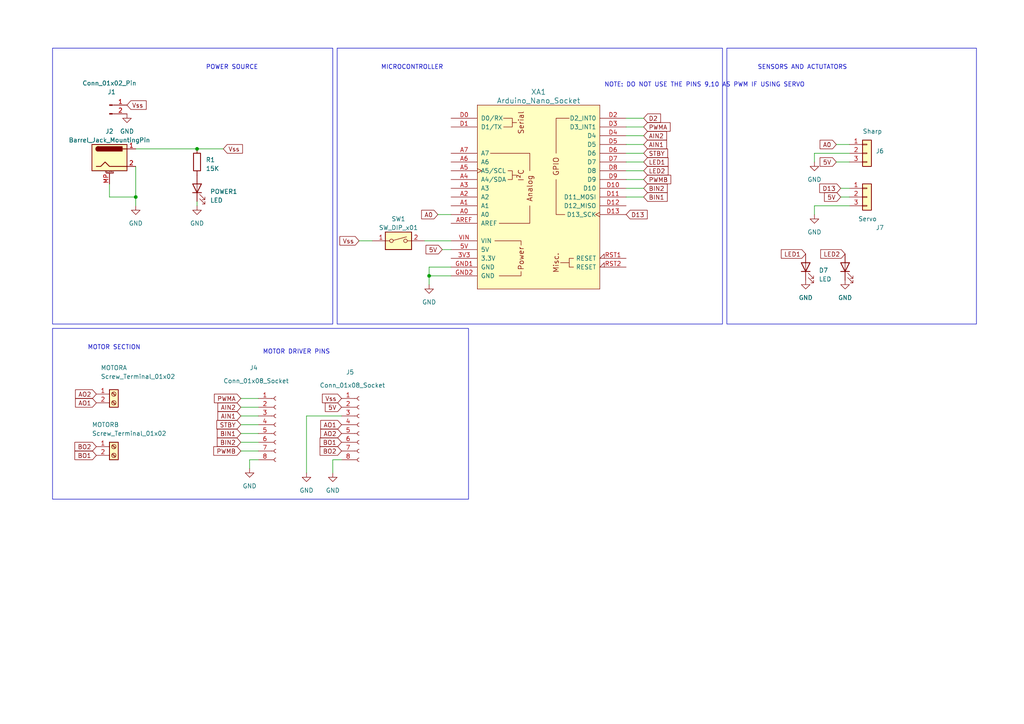
<source format=kicad_sch>
(kicad_sch (version 20230121) (generator eeschema)
  (paper "A4")
  (lib_symbols
    (symbol "Connector:Barrel_Jack_MountingPin" (pin_names hide)
      (property "Reference" "J" (at 0 5.334 0))
      (property "Value" "Barrel_Jack_MountingPin" (at 1.27 -6.35 0))
      (symbol "Barrel_Jack_MountingPin_0_1"
        (rectangle (start -5.08 3.81) (end 5.08 -3.81) (stroke (width 0.254)) (fill (type background)))
        (arc (start -3.302 3.175) (mid -3.9343 2.54) (end -3.302 1.905) (stroke (width 0.254)))
        (arc (start -3.302 3.175) (mid -3.9343 2.54) (end -3.302 1.905) (stroke (width 0.254)) (fill (type outline)))
        (polyline (pts (xy 5.08 2.54) (xy 3.81 2.54)) (stroke (width 0.254)))
        (polyline (pts (xy -3.81 -2.54) (xy -2.54 -2.54) (xy -1.27 -1.27) (xy 0 -2.54) (xy 2.54 -2.54) (xy 5.08 -2.54)) (stroke (width 0.254)))
        (rectangle (start 3.683 3.175) (end -3.302 1.905) (stroke (width 0.254)) (fill (type outline)))
      )
      (symbol "Barrel_Jack_MountingPin_1_1"
        (polyline (pts (xy -1.016 -4.572) (xy 1.016 -4.572)) (stroke (width 0.1524)))
        (text "Mounting" (at 0 -4.191 0) (effects (font (size 0.381 0.381))))
        (pin passive line (at 7.62 2.54 180) (length 2.54) (name "~") (number "1"))
        (pin passive line (at 7.62 -2.54 180) (length 2.54) (name "~") (number "2"))
        (pin passive line (at 0 -7.62 90) (length 3.048) (name "MountPin") (number "MP"))
      )
    )
    (symbol "Connector:Conn_01x02_Pin" (pin_names (offset 1.016) hide)
      (property "Reference" "J" (at 0 2.54 0))
      (property "Value" "Conn_01x02_Pin" (at 0 -5.08 0))
      (symbol "Conn_01x02_Pin_1_1"
        (polyline (pts (xy 1.27 -2.54) (xy 0.8636 -2.54)) (stroke (width 0.1524)))
        (polyline (pts (xy 1.27 0) (xy 0.8636 0)) (stroke (width 0.1524)))
        (rectangle (start 0.8636 -2.413) (end 0 -2.667) (stroke (width 0.1524)) (fill (type outline)))
        (rectangle (start 0.8636 0.127) (end 0 -0.127) (stroke (width 0.1524)) (fill (type outline)))
        (pin passive line (at 5.08 0 180) (length 3.81) (name "Pin_1") (number "1"))
        (pin passive line (at 5.08 -2.54 180) (length 3.81) (name "Pin_2") (number "2"))
      )
    )
    (symbol "Connector:Conn_01x08_Socket" (pin_names (offset 1.016) hide)
      (property "Reference" "J" (at 0 10.16 0))
      (property "Value" "Conn_01x08_Socket" (at 0 -12.7 0))
      (symbol "Conn_01x08_Socket_1_1"
        (arc (start 0 -9.652) (mid -0.5058 -10.16) (end 0 -10.668) (stroke (width 0.1524)))
        (arc (start 0 -7.112) (mid -0.5058 -7.62) (end 0 -8.128) (stroke (width 0.1524)))
        (arc (start 0 -4.572) (mid -0.5058 -5.08) (end 0 -5.588) (stroke (width 0.1524)))
        (arc (start 0 -2.032) (mid -0.5058 -2.54) (end 0 -3.048) (stroke (width 0.1524)))
        (polyline (pts (xy -1.27 -10.16) (xy -0.508 -10.16)) (stroke (width 0.1524)))
        (polyline (pts (xy -1.27 -7.62) (xy -0.508 -7.62)) (stroke (width 0.1524)))
        (polyline (pts (xy -1.27 -5.08) (xy -0.508 -5.08)) (stroke (width 0.1524)))
        (polyline (pts (xy -1.27 -2.54) (xy -0.508 -2.54)) (stroke (width 0.1524)))
        (polyline (pts (xy -1.27 0) (xy -0.508 0)) (stroke (width 0.1524)))
        (polyline (pts (xy -1.27 2.54) (xy -0.508 2.54)) (stroke (width 0.1524)))
        (polyline (pts (xy -1.27 5.08) (xy -0.508 5.08)) (stroke (width 0.1524)))
        (polyline (pts (xy -1.27 7.62) (xy -0.508 7.62)) (stroke (width 0.1524)))
        (arc (start 0 0.508) (mid -0.5058 0) (end 0 -0.508) (stroke (width 0.1524)))
        (arc (start 0 3.048) (mid -0.5058 2.54) (end 0 2.032) (stroke (width 0.1524)))
        (arc (start 0 5.588) (mid -0.5058 5.08) (end 0 4.572) (stroke (width 0.1524)))
        (arc (start 0 8.128) (mid -0.5058 7.62) (end 0 7.112) (stroke (width 0.1524)))
        (pin passive line (at -5.08 7.62 0) (length 3.81) (name "Pin_1") (number "1"))
        (pin passive line (at -5.08 5.08 0) (length 3.81) (name "Pin_2") (number "2"))
        (pin passive line (at -5.08 2.54 0) (length 3.81) (name "Pin_3") (number "3"))
        (pin passive line (at -5.08 0 0) (length 3.81) (name "Pin_4") (number "4"))
        (pin passive line (at -5.08 -2.54 0) (length 3.81) (name "Pin_5") (number "5"))
        (pin passive line (at -5.08 -5.08 0) (length 3.81) (name "Pin_6") (number "6"))
        (pin passive line (at -5.08 -7.62 0) (length 3.81) (name "Pin_7") (number "7"))
        (pin passive line (at -5.08 -10.16 0) (length 3.81) (name "Pin_8") (number "8"))
      )
    )
    (symbol "Connector:Screw_Terminal_01x02" (pin_names (offset 1.016) hide)
      (property "Reference" "J" (at 0 2.54 0))
      (property "Value" "Screw_Terminal_01x02" (at 0 -5.08 0))
      (symbol "Screw_Terminal_01x02_1_1"
        (rectangle (start -1.27 1.27) (end 1.27 -3.81) (stroke (width 0.254)) (fill (type background)))
        (circle (center 0 -2.54) (radius 0.635) (stroke (width 0.1524)))
        (polyline (pts (xy -0.5334 -2.2098) (xy 0.3302 -3.048)) (stroke (width 0.1524)))
        (polyline (pts (xy -0.5334 0.3302) (xy 0.3302 -0.508)) (stroke (width 0.1524)))
        (polyline (pts (xy -0.3556 -2.032) (xy 0.508 -2.8702)) (stroke (width 0.1524)))
        (polyline (pts (xy -0.3556 0.508) (xy 0.508 -0.3302)) (stroke (width 0.1524)))
        (circle (center 0 0) (radius 0.635) (stroke (width 0.1524)))
        (pin passive line (at -5.08 0 0) (length 3.81) (name "Pin_1") (number "1"))
        (pin passive line (at -5.08 -2.54 0) (length 3.81) (name "Pin_2") (number "2"))
      )
    )
    (symbol "Connector_Generic:Conn_01x03" (pin_names (offset 1.016) hide)
      (property "Reference" "J" (at 0 5.08 0))
      (property "Value" "Conn_01x03" (at 0 -5.08 0))
      (symbol "Conn_01x03_1_1"
        (rectangle (start -1.27 -2.413) (end 0 -2.667) (stroke (width 0.1524)))
        (rectangle (start -1.27 0.127) (end 0 -0.127) (stroke (width 0.1524)))
        (rectangle (start -1.27 2.667) (end 0 2.413) (stroke (width 0.1524)))
        (rectangle (start -1.27 3.81) (end 1.27 -3.81) (stroke (width 0.254)) (fill (type background)))
        (pin passive line (at -5.08 2.54 0) (length 3.81) (name "Pin_1") (number "1"))
        (pin passive line (at -5.08 0 0) (length 3.81) (name "Pin_2") (number "2"))
        (pin passive line (at -5.08 -2.54 0) (length 3.81) (name "Pin_3") (number "3"))
      )
    )
    (symbol "Device:LED" (pin_numbers hide) (pin_names (offset 1.016) hide)
      (property "Reference" "D" (at 0 2.54 0))
      (property "Value" "LED" (at 0 -2.54 0))
      (symbol "LED_0_1"
        (polyline (pts (xy -1.27 -1.27) (xy -1.27 1.27)) (stroke (width 0.254)))
        (polyline (pts (xy -1.27 0) (xy 1.27 0)))
        (polyline (pts (xy 1.27 -1.27) (xy 1.27 1.27) (xy -1.27 0) (xy 1.27 -1.27)) (stroke (width 0.254)))
        (polyline (pts (xy -3.048 -0.762) (xy -4.572 -2.286) (xy -3.81 -2.286) (xy -4.572 -2.286) (xy -4.572 -1.524)))
        (polyline (pts (xy -1.778 -0.762) (xy -3.302 -2.286) (xy -2.54 -2.286) (xy -3.302 -2.286) (xy -3.302 -1.524)))
      )
      (symbol "LED_1_1"
        (pin passive line (at -3.81 0 0) (length 2.54) (name "K") (number "1"))
        (pin passive line (at 3.81 0 180) (length 2.54) (name "A") (number "2"))
      )
    )
    (symbol "Device:R" (pin_numbers hide) (pin_names (offset 0))
      (property "Reference" "R" (at 2.032 0 90))
      (property "Value" "R" (at 0 0 90))
      (symbol "R_0_1"
        (rectangle (start -1.016 -2.54) (end 1.016 2.54) (stroke (width 0.254)))
      )
      (symbol "R_1_1"
        (pin passive line (at 0 3.81 270) (length 1.27) (name "~") (number "1"))
        (pin passive line (at 0 -3.81 90) (length 1.27) (name "~") (number "2"))
      )
    )
    (symbol "PCM_arduino-library:Arduino_Nano_Socket" (pin_names (offset 1.016))
      (property "Reference" "XA" (at 0 33.02 0))
      (property "Value" "Arduino_Nano_Socket" (at 0 29.21 0))
      (symbol "Arduino_Nano_Socket_0_0"
        (rectangle (start -17.78 26.67) (end 17.78 -26.67) (fill (type background)))
        (polyline (pts (xy -7.62 6.35) (xy -6.35 6.35)))
        (polyline (pts (xy -7.62 21.59) (xy -6.35 21.59)))
        (polyline (pts (xy 8.89 -19.05) (xy 6.35 -19.05)))
        (polyline (pts (xy -11.43 -22.86) (xy -5.08 -22.86) (xy -5.08 -21.59)))
        (polyline (pts (xy -5.08 -13.97) (xy -5.08 -12.7) (xy -12.7 -12.7)))
        (polyline (pts (xy -10.16 22.86) (xy -7.62 22.86) (xy -7.62 20.32) (xy -10.16 20.32)))
        (polyline (pts (xy -8.89 7.62) (xy -7.62 7.62) (xy -7.62 5.08) (xy -8.89 5.08)))
        (text "Analog" (at -2.54 2.54 900) (effects (font (size 1.524 1.524))))
        (text "I²C" (at -5.08 6.35 900) (effects (font (size 1.524 1.524))))
        (text "Misc." (at 5.08 -19.05 900) (effects (font (size 1.524 1.524))))
        (text "Power" (at -5.08 -17.78 900) (effects (font (size 1.524 1.524))))
        (text "Serial" (at -5.08 21.59 900) (effects (font (size 1.524 1.524))))
      )
      (symbol "Arduino_Nano_Socket_0_1"
        (polyline (pts (xy -13.97 12.7) (xy -2.54 12.7) (xy -2.54 7.62)))
        (polyline (pts (xy -11.43 -7.62) (xy -2.54 -7.62) (xy -2.54 -2.54)))
        (polyline (pts (xy 7.62 -5.08) (xy 5.08 -5.08) (xy 5.08 5.08)))
        (polyline (pts (xy 8.89 22.86) (xy 5.08 22.86) (xy 5.08 12.7)))
        (polyline (pts (xy 10.16 -17.78) (xy 8.89 -17.78) (xy 8.89 -20.32) (xy 10.16 -20.32)))
      )
      (symbol "Arduino_Nano_Socket_1_0"
        (text "GPIO" (at 5.08 8.89 900) (effects (font (size 1.524 1.524))))
      )
      (symbol "Arduino_Nano_Socket_1_1"
        (pin power_out line (at -25.4 -17.78 0) (length 7.62) (name "3.3V") (number "3V3"))
        (pin power_in line (at -25.4 -15.24 0) (length 7.62) (name "5V") (number "5V"))
        (pin bidirectional line (at -25.4 -5.08 0) (length 7.62) (name "A0") (number "A0"))
        (pin bidirectional line (at -25.4 -2.54 0) (length 7.62) (name "A1") (number "A1"))
        (pin bidirectional line (at -25.4 0 0) (length 7.62) (name "A2") (number "A2"))
        (pin bidirectional line (at -25.4 2.54 0) (length 7.62) (name "A3") (number "A3"))
        (pin bidirectional line (at -25.4 5.08 0) (length 7.62) (name "A4/SDA") (number "A4"))
        (pin bidirectional clock (at -25.4 7.62 0) (length 7.62) (name "A5/SCL") (number "A5"))
        (pin input line (at -25.4 10.16 0) (length 7.62) (name "A6") (number "A6"))
        (pin input line (at -25.4 12.7 0) (length 7.62) (name "A7") (number "A7"))
        (pin input line (at -25.4 -7.62 0) (length 7.62) (name "AREF") (number "AREF"))
        (pin bidirectional line (at -25.4 22.86 0) (length 7.62) (name "D0/RX") (number "D0"))
        (pin bidirectional line (at -25.4 20.32 0) (length 7.62) (name "D1/TX") (number "D1"))
        (pin bidirectional line (at 25.4 2.54 180) (length 7.62) (name "D10") (number "D10"))
        (pin bidirectional line (at 25.4 0 180) (length 7.62) (name "D11_MOSI") (number "D11"))
        (pin bidirectional line (at 25.4 -2.54 180) (length 7.62) (name "D12_MISO") (number "D12"))
        (pin bidirectional clock (at 25.4 -5.08 180) (length 7.62) (name "D13_SCK") (number "D13"))
        (pin bidirectional line (at 25.4 22.86 180) (length 7.62) (name "D2_INT0") (number "D2"))
        (pin bidirectional line (at 25.4 20.32 180) (length 7.62) (name "D3_INT1") (number "D3"))
        (pin bidirectional line (at 25.4 17.78 180) (length 7.62) (name "D4") (number "D4"))
        (pin bidirectional line (at 25.4 15.24 180) (length 7.62) (name "D5") (number "D5"))
        (pin bidirectional line (at 25.4 12.7 180) (length 7.62) (name "D6") (number "D6"))
        (pin bidirectional line (at 25.4 10.16 180) (length 7.62) (name "D7") (number "D7"))
        (pin bidirectional line (at 25.4 7.62 180) (length 7.62) (name "D8") (number "D8"))
        (pin bidirectional line (at 25.4 5.08 180) (length 7.62) (name "D9") (number "D9"))
        (pin power_in line (at -25.4 -20.32 0) (length 7.62) (name "GND") (number "GND1"))
        (pin power_in line (at -25.4 -22.86 0) (length 7.62) (name "GND") (number "GND2"))
        (pin open_collector input_low (at 25.4 -17.78 180) (length 7.62) (name "RESET") (number "RST1"))
        (pin open_collector input_low (at 25.4 -20.32 180) (length 7.62) (name "RESET") (number "RST2"))
        (pin power_in line (at -25.4 -12.7 0) (length 7.62) (name "VIN") (number "VIN"))
      )
    )
    (symbol "Switch:SW_DIP_x01" (pin_names (offset 0) hide)
      (property "Reference" "SW" (at 0 3.81 0))
      (property "Value" "SW_DIP_x01" (at 0 -3.81 0))
      (symbol "SW_DIP_x01_0_0"
        (circle (center -2.032 0) (radius 0.508))
        (polyline (pts (xy -1.524 0.127) (xy 2.3622 1.1684)))
        (circle (center 2.032 0) (radius 0.508))
      )
      (symbol "SW_DIP_x01_0_1"
        (rectangle (start -3.81 2.54) (end 3.81 -2.54) (stroke (width 0.254)) (fill (type background)))
      )
      (symbol "SW_DIP_x01_1_1"
        (pin passive line (at -7.62 0 0) (length 5.08) (name "~") (number "1"))
        (pin passive line (at 7.62 0 180) (length 5.08) (name "~") (number "2"))
      )
    )
    (symbol "power:GND" (power) (pin_names (offset 0))
      (property "Value" "GND" (at 0 -3.81 0))
      (symbol "GND_0_1"
        (polyline (pts (xy 0 0) (xy 0 -1.27) (xy 1.27 -1.27) (xy 0 -2.54) (xy -1.27 -1.27) (xy 0 -1.27)))
      )
      (symbol "GND_1_1"
        (pin power_in line (at 0 0 270) (length 0) hide (name "GND") (number "1"))
      )
    )
  )
  (junction (at 124.46 80.01))
  (junction (at 57.15 43.18))
  (junction (at 39.37 57.15))
  (wire (pts (xy 186.69 54.61) (xy 181.61 54.61)))
  (wire (pts (xy 57.15 43.18) (xy 39.37 43.18)))
  (wire (pts (xy 74.93 133.35) (xy 72.39 133.35)))
  (wire (pts (xy 124.46 80.01) (xy 124.46 82.55)))
  (wire (pts (xy 186.69 57.15) (xy 181.61 57.15)))
  (wire (pts (xy 242.57 46.99) (xy 246.38 46.99)))
  (wire (pts (xy 74.93 125.73) (xy 69.85 125.73)))
  (wire (pts (xy 181.61 41.91) (xy 186.69 41.91)))
  (wire (pts (xy 72.39 133.35) (xy 72.39 135.89)))
  (wire (pts (xy 31.75 57.15) (xy 39.37 57.15)))
  (wire (pts (xy 186.69 36.83) (xy 181.61 36.83)))
  (wire (pts (xy 181.61 52.07) (xy 186.69 52.07)))
  (wire (pts (xy 181.61 46.99) (xy 186.69 46.99)))
  (wire (pts (xy 128.27 72.39) (xy 130.81 72.39)))
  (wire (pts (xy 181.61 49.53) (xy 186.69 49.53)))
  (wire (pts (xy 104.14 69.85) (xy 107.95 69.85)))
  (wire (pts (xy 123.19 69.85) (xy 130.81 69.85)))
  (wire (pts (xy 74.93 115.57) (xy 69.85 115.57)))
  (wire (pts (xy 236.22 44.45) (xy 236.22 46.99)))
  (wire (pts (xy 88.9 120.65) (xy 99.06 120.65)))
  (wire (pts (xy 246.38 59.69) (xy 236.22 59.69)))
  (wire (pts (xy 99.06 133.35) (xy 96.52 133.35)))
  (wire (pts (xy 74.93 118.11) (xy 69.85 118.11)))
  (wire (pts (xy 242.57 41.91) (xy 246.38 41.91)))
  (wire (pts (xy 246.38 44.45) (xy 236.22 44.45)))
  (wire (pts (xy 181.61 44.45) (xy 186.69 44.45)))
  (wire (pts (xy 236.22 59.69) (xy 236.22 62.23)))
  (wire (pts (xy 96.52 133.35) (xy 96.52 137.16)))
  (wire (pts (xy 74.93 120.65) (xy 69.85 120.65)))
  (wire (pts (xy 39.37 48.26) (xy 39.37 57.15)))
  (wire (pts (xy 186.69 34.29) (xy 181.61 34.29)))
  (wire (pts (xy 74.93 123.19) (xy 69.85 123.19)))
  (wire (pts (xy 88.9 137.16) (xy 88.9 120.65)))
  (wire (pts (xy 124.46 77.47) (xy 124.46 80.01)))
  (wire (pts (xy 124.46 80.01) (xy 130.81 80.01)))
  (wire (pts (xy 69.85 130.81) (xy 74.93 130.81)))
  (wire (pts (xy 57.15 59.69) (xy 57.15 58.42)))
  (wire (pts (xy 31.75 53.34) (xy 31.75 57.15)))
  (wire (pts (xy 130.81 77.47) (xy 124.46 77.47)))
  (wire (pts (xy 243.84 57.15) (xy 246.38 57.15)))
  (wire (pts (xy 39.37 57.15) (xy 39.37 59.69)))
  (wire (pts (xy 243.84 54.61) (xy 246.38 54.61)))
  (wire (pts (xy 74.93 128.27) (xy 69.85 128.27)))
  (wire (pts (xy 64.77 43.18) (xy 57.15 43.18)))
  (wire (pts (xy 181.61 39.37) (xy 186.69 39.37)))
  (wire (pts (xy 127 62.23) (xy 130.81 62.23)))
  (rectangle (start 15.24 95.25) (end 135.89 144.78))
  (rectangle (start 15.24 13.97) (end 96.52 93.98))
  (rectangle (start 210.82 13.97) (end 283.21 93.98))
  (rectangle (start 97.79 13.97) (end 209.55 93.98))
  (text "POWER SOURCE" (at 59.69 20.32 0) (effects (font (size 1.27 1.27)) (justify left bottom)))
  (text "MOTOR SECTION\n" (at 25.4 101.6 0) (effects (font (size 1.27 1.27)) (justify left bottom)))
  (text "SENSORS AND ACTUTATORS" (at 219.71 20.32 0) (effects (font (size 1.27 1.27)) (justify left bottom)))
  (text "NOTE: DO NOT USE THE PINS 9,10 AS PWM IF USING SERVO" (at 175.26 25.4 0) (effects (font (size 1.27 1.27)) (justify left bottom)))
  (text "MOTOR DRIVER PINS" (at 76.2 102.87 0) (effects (font (size 1.27 1.27)) (justify left bottom)))
  (text "MICROCONTROLLER\n" (at 110.49 20.32 0) (effects (font (size 1.27 1.27)) (justify left bottom)))
  (global_label "D13" (shape input) (at 243.84 54.61 180) (property "Intersheetrefs" "${INTERSHEET_REFS}" (effects hide)))
  (global_label "BO2" (shape input) (at 27.94 129.54 180) (property "Intersheetrefs" "${INTERSHEET_REFS}" (effects hide)))
  (global_label "Vss" (shape input) (at 99.06 115.57 180) (property "Intersheetrefs" "${INTERSHEET_REFS}" (effects hide)))
  (global_label "AIN1" (shape input) (at 186.69 41.91 0) (property "Intersheetrefs" "${INTERSHEET_REFS}" (effects hide)))
  (global_label "BIN2" (shape input) (at 186.69 54.61 0) (property "Intersheetrefs" "${INTERSHEET_REFS}" (effects hide)))
  (global_label "Vss" (shape input) (at 104.14 69.85 180) (property "Intersheetrefs" "${INTERSHEET_REFS}" (effects hide)))
  (global_label "BIN1" (shape input) (at 186.69 57.15 0) (property "Intersheetrefs" "${INTERSHEET_REFS}" (effects hide)))
  (global_label "LED1" (shape input) (at 233.68 73.66 180) (property "Intersheetrefs" "${INTERSHEET_REFS}" (effects hide)))
  (global_label "PWMA" (shape input) (at 69.85 115.57 180) (property "Intersheetrefs" "${INTERSHEET_REFS}" (effects hide)))
  (global_label "5V" (shape input) (at 242.57 46.99 180) (property "Intersheetrefs" "${INTERSHEET_REFS}" (effects hide)))
  (global_label "PWMA" (shape input) (at 186.69 36.83 0) (property "Intersheetrefs" "${INTERSHEET_REFS}" (effects hide)))
  (global_label "AIN1" (shape input) (at 69.85 120.65 180) (property "Intersheetrefs" "${INTERSHEET_REFS}" (effects hide)))
  (global_label "BIN1" (shape input) (at 69.85 125.73 180) (property "Intersheetrefs" "${INTERSHEET_REFS}" (effects hide)))
  (global_label "AO1" (shape input) (at 27.94 116.84 180) (property "Intersheetrefs" "${INTERSHEET_REFS}" (effects hide)))
  (global_label "A0" (shape input) (at 127 62.23 180) (property "Intersheetrefs" "${INTERSHEET_REFS}" (effects hide)))
  (global_label "5V" (shape input) (at 128.27 72.39 180) (property "Intersheetrefs" "${INTERSHEET_REFS}" (effects hide)))
  (global_label "5V" (shape input) (at 99.06 118.11 180) (property "Intersheetrefs" "${INTERSHEET_REFS}" (effects hide)))
  (global_label "AIN2" (shape input) (at 186.69 39.37 0) (property "Intersheetrefs" "${INTERSHEET_REFS}" (effects hide)))
  (global_label "STBY" (shape input) (at 186.69 44.45 0) (property "Intersheetrefs" "${INTERSHEET_REFS}" (effects hide)))
  (global_label "AIN2" (shape input) (at 69.85 118.11 180) (property "Intersheetrefs" "${INTERSHEET_REFS}" (effects hide)))
  (global_label "BO2" (shape input) (at 99.06 130.81 180) (property "Intersheetrefs" "${INTERSHEET_REFS}" (effects hide)))
  (global_label "AO2" (shape input) (at 99.06 125.73 180) (property "Intersheetrefs" "${INTERSHEET_REFS}" (effects hide)))
  (global_label "A0" (shape input) (at 242.57 41.91 180) (property "Intersheetrefs" "${INTERSHEET_REFS}" (effects hide)))
  (global_label "PWMB" (shape input) (at 186.69 52.07 0) (property "Intersheetrefs" "${INTERSHEET_REFS}" (effects hide)))
  (global_label "Vss" (shape input) (at 36.83 30.48 0) (property "Intersheetrefs" "${INTERSHEET_REFS}" (effects hide)))
  (global_label "BO1" (shape input) (at 99.06 128.27 180) (property "Intersheetrefs" "${INTERSHEET_REFS}" (effects hide)))
  (global_label "LED1" (shape input) (at 186.69 46.99 0) (property "Intersheetrefs" "${INTERSHEET_REFS}" (effects hide)))
  (global_label "D2" (shape input) (at 186.69 34.29 0) (property "Intersheetrefs" "${INTERSHEET_REFS}" (effects hide)))
  (global_label "AO2" (shape input) (at 27.94 114.3 180) (property "Intersheetrefs" "${INTERSHEET_REFS}" (effects hide)))
  (global_label "Vss" (shape input) (at 64.77 43.18 0) (property "Intersheetrefs" "${INTERSHEET_REFS}" (effects hide)))
  (global_label "BO1" (shape input) (at 27.94 132.08 180) (property "Intersheetrefs" "${INTERSHEET_REFS}" (effects hide)))
  (global_label "STBY" (shape input) (at 69.85 123.19 180) (property "Intersheetrefs" "${INTERSHEET_REFS}" (effects hide)))
  (global_label "BIN2" (shape input) (at 69.85 128.27 180) (property "Intersheetrefs" "${INTERSHEET_REFS}" (effects hide)))
  (global_label "5V" (shape input) (at 243.84 57.15 180) (property "Intersheetrefs" "${INTERSHEET_REFS}" (effects hide)))
  (global_label "D13" (shape input) (at 181.61 62.23 0) (property "Intersheetrefs" "${INTERSHEET_REFS}" (effects hide)))
  (global_label "LED2" (shape input) (at 186.69 49.53 0) (property "Intersheetrefs" "${INTERSHEET_REFS}" (effects hide)))
  (global_label "PWMB" (shape input) (at 69.85 130.81 180) (property "Intersheetrefs" "${INTERSHEET_REFS}" (effects hide)))
  (global_label "AO1" (shape input) (at 99.06 123.19 180) (property "Intersheetrefs" "${INTERSHEET_REFS}" (effects hide)))
  (global_label "LED2" (shape input) (at 245.11 73.66 180) (property "Intersheetrefs" "${INTERSHEET_REFS}" (effects hide)))
  (symbol (lib_id "power:GND") (at 88.9 137.16 0) (unit 1)
    (property "Reference" "#PWR05" (effects hide))
    (property "Value" "GND" (at 88.9 142.24 0))
  )
  (symbol (lib_id "Connector_Generic:Conn_01x03") (at 251.46 57.15 0) (unit 1)
    (property "Reference" "J7" (at 254 66.04 0) (effects (justify left)))
    (property "Value" "Servo" (at 248.92 63.5 0) (effects (justify left)))
    (property "Footprint" "Connector_PinHeader_2.54mm:PinHeader_1x03_P2.54mm_Vertical" (effects hide))
  )
  (symbol (lib_id "Connector:Conn_01x02_Pin") (at 31.75 30.48 0) (unit 1)
    (property "Reference" "J1" (at 32.385 26.67 0))
    (property "Value" "Conn_01x02_Pin" (at 31.75 24.13 0))
    (property "Footprint" "Connector_PinHeader_2.54mm:PinHeader_1x02_P2.54mm_Vertical" (effects hide))
  )
  (symbol (lib_id "PCM_arduino-library:Arduino_Nano_Socket") (at 156.21 57.15 0) (unit 1)
    (property "Reference" "XA1" (at 156.21 26.67 0) (effects (font (size 1.524 1.524))))
    (property "Value" "Arduino_Nano_Socket" (at 156.21 29.21 0) (effects (font (size 1.524 1.524))))
    (property "Footprint" "PCM_arduino-library:Arduino_Nano_Socket" (effects hide))
    (property "Datasheet" "https://docs.arduino.cc/hardware/nano" (effects hide))
  )
  (symbol (lib_id "power:GND") (at 72.39 135.89 0) (unit 1)
    (property "Reference" "#PWR04" (effects hide))
    (property "Value" "GND" (at 72.39 140.97 0))
  )
  (symbol (lib_id "Device:R") (at 57.15 46.99 0) (unit 1)
    (property "Reference" "R1" (at 59.69 46.355 0) (effects (justify left)))
    (property "Value" "15K" (at 59.69 48.895 0) (effects (justify left)))
    (property "Footprint" "Resistor_THT:R_Axial_DIN0207_L6.3mm_D2.5mm_P7.62mm_Horizontal" (effects hide))
  )
  (symbol (lib_id "Connector:Screw_Terminal_01x02") (at 33.02 114.3 0) (unit 1)
    (property "Reference" "MOTORA" (at 29.21 106.68 0) (effects (justify left)))
    (property "Value" "Screw_Terminal_01x02" (at 29.21 109.22 0) (effects (justify left)))
    (property "Footprint" "TerminalBlock_RND:TerminalBlock_RND_205-00001_1x02_P5.00mm_Horizontal" (effects hide))
  )
  (symbol (lib_id "Connector_Generic:Conn_01x03") (at 251.46 44.45 0) (unit 1)
    (property "Reference" "J6" (at 254 43.815 0) (effects (justify left)))
    (property "Value" "Sharp" (at 250.19 38.1 0) (effects (justify left)))
    (property "Footprint" "Connector_PinHeader_2.54mm:PinHeader_1x03_P2.54mm_Vertical" (effects hide))
  )
  (symbol (lib_id "power:GND") (at 57.15 59.69 0) (unit 1)
    (property "Reference" "#PWR03" (effects hide))
    (property "Value" "GND" (at 57.15 64.77 0))
  )
  (symbol (lib_id "Device:LED") (at 245.11 77.47 90) (unit 1)
    (property "Reference" "D8" (effects hide))
    (property "Value" "LED" (effects hide))
    (property "Footprint" "LED_THT:LED_D5.0mm" (effects hide))
  )
  (symbol (lib_id "power:GND") (at 236.22 62.23 0) (unit 1)
    (property "Reference" "#PWR010" (effects hide))
    (property "Value" "GND" (at 236.22 67.31 0))
  )
  (symbol (lib_id "Device:LED") (at 233.68 77.47 90) (unit 1)
    (property "Reference" "D7" (at 237.49 78.4225 90) (effects (justify right)))
    (property "Value" "LED" (at 237.49 80.9625 90) (effects (justify right)))
    (property "Footprint" "LED_THT:LED_D5.0mm" (effects hide))
  )
  (symbol (lib_id "power:GND") (at 96.52 137.16 0) (unit 1)
    (property "Reference" "#PWR06" (effects hide))
    (property "Value" "GND" (at 96.52 142.24 0))
  )
  (symbol (lib_id "Connector:Conn_01x08_Socket") (at 80.01 123.19 0) (unit 1)
    (property "Reference" "J4" (at 72.39 106.68 0) (effects (justify left)))
    (property "Value" "Conn_01x08_Socket" (at 64.77 110.49 0) (effects (justify left)))
    (property "Footprint" "Connector_PinHeader_2.54mm:PinHeader_1x08_P2.54mm_Vertical" (effects hide))
  )
  (symbol (lib_id "power:GND") (at 39.37 59.69 0) (unit 1)
    (property "Reference" "#PWR02" (effects hide))
    (property "Value" "GND" (at 39.37 64.77 0))
  )
  (symbol (lib_id "Connector:Barrel_Jack_MountingPin") (at 31.75 45.72 0) (unit 1)
    (property "Reference" "J2" (at 31.75 38.1 0))
    (property "Value" "Barrel_Jack_MountingPin" (at 31.75 40.64 0))
    (property "Footprint" "Connector_BarrelJack:BarrelJack_CUI_PJ-102AH_Horizontal" (effects hide))
  )
  (symbol (lib_id "power:GND") (at 236.22 46.99 0) (unit 1)
    (property "Reference" "#PWR09" (effects hide))
    (property "Value" "GND" (at 236.22 52.07 0))
  )
  (symbol (lib_id "power:GND") (at 245.11 81.28 0) (unit 1)
    (property "Reference" "#PWR011" (effects hide))
    (property "Value" "GND" (at 245.11 86.36 0))
  )
  (symbol (lib_id "power:GND") (at 233.68 81.28 0) (unit 1)
    (property "Reference" "#PWR08" (effects hide))
    (property "Value" "GND" (at 233.68 86.36 0))
  )
  (symbol (lib_id "power:GND") (at 36.83 33.02 0) (unit 1)
    (property "Reference" "#PWR01" (effects hide))
    (property "Value" "GND" (at 36.83 38.1 0))
  )
  (symbol (lib_id "power:GND") (at 124.46 82.55 0) (unit 1)
    (property "Reference" "#PWR07" (effects hide))
    (property "Value" "GND" (at 124.46 87.63 0))
  )
  (symbol (lib_id "Connector:Conn_01x08_Socket") (at 104.14 123.19 0) (unit 1)
    (property "Reference" "J5" (at 100.33 107.95 0) (effects (justify left)))
    (property "Value" "Conn_01x08_Socket" (at 92.71 111.76 0) (effects (justify left)))
    (property "Footprint" "Connector_PinHeader_2.54mm:PinHeader_1x08_P2.54mm_Vertical" (effects hide))
  )
  (symbol (lib_id "Connector:Screw_Terminal_01x02") (at 33.02 129.54 0) (unit 1)
    (property "Reference" "MOTORB" (at 26.67 123.19 0) (effects (justify left)))
    (property "Value" "Screw_Terminal_01x02" (at 26.67 125.73 0) (effects (justify left)))
    (property "Footprint" "TerminalBlock_RND:TerminalBlock_RND_205-00001_1x02_P5.00mm_Horizontal" (effects hide))
  )
  (symbol (lib_id "Switch:SW_DIP_x01") (at 115.57 69.85 0) (unit 1)
    (property "Reference" "SW1" (at 115.57 63.5 0))
    (property "Value" "SW_DIP_x01" (at 115.57 66.04 0))
    (property "Footprint" "Button_Switch_THT:SW_DIP_SPSTx01_Slide_6.7x4.1mm_W7.62mm_P2.54mm_LowProfile" (effects hide))
  )
  (symbol (lib_id "Device:LED") (at 57.15 54.61 90) (unit 1)
    (property "Reference" "POWER1" (at 60.96 55.5625 90) (effects (justify right)))
    (property "Value" "LED" (at 60.96 58.1025 90) (effects (justify right)))
    (property "Footprint" "LED_THT:LED_D5.0mm" (effects hide))
  )
)
</source>
